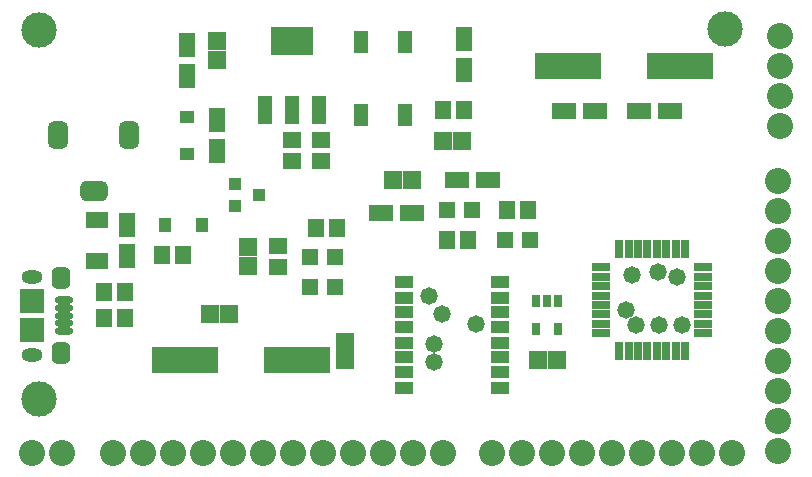
<source format=gts>
G04*
G04 #@! TF.GenerationSoftware,Altium Limited,Altium Designer,22.8.2 (66)*
G04*
G04 Layer_Color=8388736*
%FSLAX44Y44*%
%MOMM*%
G71*
G04*
G04 #@! TF.SameCoordinates,AFBA7131-1AEE-443E-AB60-5C51F5C0F5D9*
G04*
G04*
G04 #@! TF.FilePolarity,Negative*
G04*
G01*
G75*
%ADD40R,1.8532X1.4532*%
%ADD41R,1.4332X2.0032*%
%ADD42R,1.1032X1.1532*%
%ADD43R,1.3532X1.5532*%
%ADD44R,2.0032X1.4332*%
%ADD45R,1.4032X1.4032*%
%ADD46R,0.7532X1.0032*%
%ADD47R,1.5032X1.6032*%
%ADD48O,1.5532X0.6032*%
%ADD49R,2.0032X2.1032*%
G04:AMPARAMS|DCode=50|XSize=1.8032mm|YSize=1.6032mm|CornerRadius=0.4516mm|HoleSize=0mm|Usage=FLASHONLY|Rotation=90.000|XOffset=0mm|YOffset=0mm|HoleType=Round|Shape=RoundedRectangle|*
%AMROUNDEDRECTD50*
21,1,1.8032,0.7000,0,0,90.0*
21,1,0.9000,1.6032,0,0,90.0*
1,1,0.9032,0.3500,0.4500*
1,1,0.9032,0.3500,-0.4500*
1,1,0.9032,-0.3500,-0.4500*
1,1,0.9032,-0.3500,0.4500*
%
%ADD50ROUNDEDRECTD50*%
%ADD51R,1.6032X1.5032*%
%ADD52R,1.1032X1.0032*%
%ADD53R,5.7032X2.2032*%
%ADD54R,1.5532X1.3532*%
%ADD55R,1.1532X1.1032*%
%ADD56R,3.5532X2.3532*%
%ADD57R,1.2032X2.3532*%
%ADD58R,1.6000X0.6500*%
%ADD59R,0.6500X1.6000*%
%ADD60R,1.6256X1.1176*%
%ADD61R,1.2000X1.9000*%
%ADD62C,2.2032*%
G04:AMPARAMS|DCode=63|XSize=2.3032mm|YSize=1.7032mm|CornerRadius=0.4766mm|HoleSize=0mm|Usage=FLASHONLY|Rotation=90.000|XOffset=0mm|YOffset=0mm|HoleType=Round|Shape=RoundedRectangle|*
%AMROUNDEDRECTD63*
21,1,2.3032,0.7500,0,0,90.0*
21,1,1.3500,1.7032,0,0,90.0*
1,1,0.9532,0.3750,0.6750*
1,1,0.9532,0.3750,-0.6750*
1,1,0.9532,-0.3750,-0.6750*
1,1,0.9532,-0.3750,0.6750*
%
%ADD63ROUNDEDRECTD63*%
G04:AMPARAMS|DCode=64|XSize=2.3032mm|YSize=1.7032mm|CornerRadius=0.4766mm|HoleSize=0mm|Usage=FLASHONLY|Rotation=180.000|XOffset=0mm|YOffset=0mm|HoleType=Round|Shape=RoundedRectangle|*
%AMROUNDEDRECTD64*
21,1,2.3032,0.7500,0,0,180.0*
21,1,1.3500,1.7032,0,0,180.0*
1,1,0.9532,-0.6750,0.3750*
1,1,0.9532,0.6750,0.3750*
1,1,0.9532,0.6750,-0.3750*
1,1,0.9532,-0.6750,-0.3750*
%
%ADD64ROUNDEDRECTD64*%
%ADD65O,1.8032X1.1032*%
%ADD66C,3.0000*%
%ADD67C,1.4732*%
D40*
X330200Y1084050D02*
D03*
Y1049550D02*
D03*
D41*
X355600Y1053700D02*
D03*
Y1079900D02*
D03*
X431800Y1168800D02*
D03*
Y1142600D02*
D03*
X641000Y1210900D02*
D03*
Y1237100D02*
D03*
X406400Y1232300D02*
D03*
Y1206100D02*
D03*
D42*
X419100Y1079500D02*
D03*
X387600D02*
D03*
D43*
X384950Y1054100D02*
D03*
X402450D02*
D03*
X643750Y1066800D02*
D03*
X626250D02*
D03*
X677050Y1092200D02*
D03*
X694550D02*
D03*
X515350Y1077400D02*
D03*
X532850D02*
D03*
X336250Y1023000D02*
D03*
X353750D02*
D03*
X336250Y1001000D02*
D03*
X353750D02*
D03*
X640750Y1177000D02*
D03*
X623250D02*
D03*
D44*
X751300Y1176100D02*
D03*
X725100D02*
D03*
X788600D02*
D03*
X814800D02*
D03*
X570900Y1090000D02*
D03*
X597100D02*
D03*
X660800Y1117600D02*
D03*
X634600D02*
D03*
D45*
X626700Y1092200D02*
D03*
X647700D02*
D03*
X696300Y1066800D02*
D03*
X675300D02*
D03*
X531600Y1053000D02*
D03*
X510600D02*
D03*
X531600Y1027600D02*
D03*
X510600D02*
D03*
D46*
X720700Y991300D02*
D03*
X701700D02*
D03*
Y1015300D02*
D03*
X711200D02*
D03*
X720700D02*
D03*
D47*
X703200Y965200D02*
D03*
X719200D02*
D03*
X639000Y1151000D02*
D03*
X623000D02*
D03*
X442000Y1004000D02*
D03*
X426000D02*
D03*
X596501Y1117600D02*
D03*
X580500D02*
D03*
D48*
X302000Y996500D02*
D03*
Y990000D02*
D03*
Y1016000D02*
D03*
Y1009500D02*
D03*
Y1003000D02*
D03*
D49*
X275250Y1015000D02*
D03*
Y991000D02*
D03*
D50*
X299750Y1035000D02*
D03*
Y971000D02*
D03*
D51*
X431800Y1235200D02*
D03*
Y1219200D02*
D03*
X540000Y981000D02*
D03*
Y965000D02*
D03*
X458000Y1061000D02*
D03*
Y1045000D02*
D03*
D52*
X467200Y1104900D02*
D03*
X447200Y1095400D02*
D03*
Y1114400D02*
D03*
D53*
X404500Y965000D02*
D03*
X499500D02*
D03*
X823800Y1214200D02*
D03*
X728800D02*
D03*
D54*
X483000Y1044250D02*
D03*
Y1061750D02*
D03*
X520000Y1134250D02*
D03*
Y1151750D02*
D03*
X495300Y1134250D02*
D03*
Y1151750D02*
D03*
D55*
X406400Y1139950D02*
D03*
Y1171450D02*
D03*
D56*
X495300Y1235750D02*
D03*
D57*
X518300Y1177250D02*
D03*
X495300D02*
D03*
X472300D02*
D03*
D58*
X843100Y988000D02*
D03*
Y996000D02*
D03*
Y1004000D02*
D03*
Y1012000D02*
D03*
Y1020000D02*
D03*
Y1028000D02*
D03*
Y1036000D02*
D03*
Y1044000D02*
D03*
X757100D02*
D03*
Y1036000D02*
D03*
Y1028000D02*
D03*
Y1020000D02*
D03*
Y1012000D02*
D03*
Y1004000D02*
D03*
Y996000D02*
D03*
Y988000D02*
D03*
D59*
X828100Y1059000D02*
D03*
X820100D02*
D03*
X812100D02*
D03*
X804100D02*
D03*
X796100D02*
D03*
X788100D02*
D03*
X780100D02*
D03*
X772100D02*
D03*
Y973000D02*
D03*
X780100D02*
D03*
X788100D02*
D03*
X796100D02*
D03*
X804100D02*
D03*
X812100D02*
D03*
X820100D02*
D03*
X828100D02*
D03*
D60*
X590000Y1018100D02*
D03*
Y1031054D02*
D03*
Y980000D02*
D03*
Y1005654D02*
D03*
Y992954D02*
D03*
Y941900D02*
D03*
Y967554D02*
D03*
Y954854D02*
D03*
X671280Y1018100D02*
D03*
Y1031054D02*
D03*
Y980000D02*
D03*
Y1005654D02*
D03*
Y992954D02*
D03*
Y941900D02*
D03*
Y967554D02*
D03*
Y954854D02*
D03*
D61*
X553600Y1234900D02*
D03*
Y1172900D02*
D03*
X590600D02*
D03*
Y1234900D02*
D03*
D62*
X908000Y1240100D02*
D03*
Y1214700D02*
D03*
Y1163900D02*
D03*
Y1189300D02*
D03*
X690000Y887000D02*
D03*
X664600D02*
D03*
X715400D02*
D03*
X740800D02*
D03*
X766200D02*
D03*
X791600D02*
D03*
X817000D02*
D03*
X842400D02*
D03*
X867800D02*
D03*
X344000Y887000D02*
D03*
X369400D02*
D03*
X394800D02*
D03*
X420200D02*
D03*
X445600D02*
D03*
X471000D02*
D03*
X496400D02*
D03*
X521800D02*
D03*
X547200D02*
D03*
X572600D02*
D03*
X623400D02*
D03*
X598000D02*
D03*
X275300D02*
D03*
X300700D02*
D03*
X907000Y914100D02*
D03*
Y888700D02*
D03*
Y939500D02*
D03*
Y964900D02*
D03*
Y990300D02*
D03*
Y1015700D02*
D03*
Y1041100D02*
D03*
Y1066500D02*
D03*
Y1091900D02*
D03*
Y1117300D02*
D03*
D63*
X357100Y1155700D02*
D03*
X297100D02*
D03*
D64*
X327100Y1108700D02*
D03*
D65*
X275250Y1036000D02*
D03*
Y970000D02*
D03*
D66*
X862000Y1246000D02*
D03*
X281000Y932000D02*
D03*
Y1245000D02*
D03*
D67*
X825000Y995000D02*
D03*
X806000D02*
D03*
X786000D02*
D03*
X821000Y1035320D02*
D03*
X651000Y996000D02*
D03*
X783000Y1037000D02*
D03*
X778000Y1008000D02*
D03*
X805000Y1040000D02*
D03*
X614999Y963344D02*
D03*
X615009Y978584D02*
D03*
X621971Y1004778D02*
D03*
X611000Y1020000D02*
D03*
M02*

</source>
